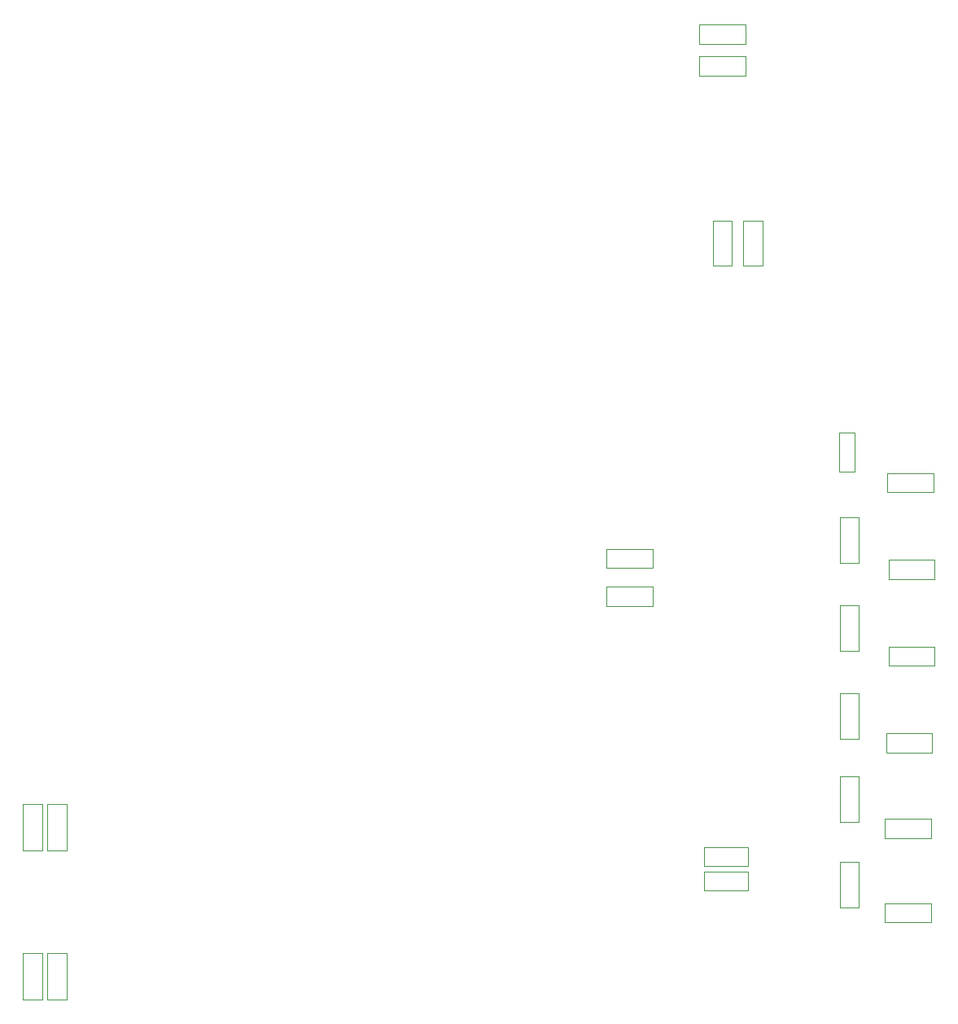
<source format=gbr>
G04 #@! TF.GenerationSoftware,KiCad,Pcbnew,(5.0.0)*
G04 #@! TF.CreationDate,2019-01-25T09:41:45+01:00*
G04 #@! TF.ProjectId,cosi_pwr,636F73695F7077722E6B696361645F70,0.1*
G04 #@! TF.SameCoordinates,Original*
G04 #@! TF.FileFunction,Other,User*
%FSLAX46Y46*%
G04 Gerber Fmt 4.6, Leading zero omitted, Abs format (unit mm)*
G04 Created by KiCad (PCBNEW (5.0.0)) date 01/25/19 09:41:45*
%MOMM*%
%LPD*%
G01*
G04 APERTURE LIST*
%ADD10C,0.050000*%
G04 APERTURE END LIST*
D10*
G04 #@! TO.C,R1*
X138798000Y-93488000D02*
X133998000Y-93488000D01*
X138798000Y-95488000D02*
X133998000Y-95488000D01*
X138798000Y-93488000D02*
X138798000Y-95488000D01*
X133998000Y-93488000D02*
X133998000Y-95488000D01*
G04 #@! TO.C,R2*
X133998000Y-99425000D02*
X138798000Y-99425000D01*
X133998000Y-97425000D02*
X138798000Y-97425000D01*
X133998000Y-99425000D02*
X133998000Y-97425000D01*
X138798000Y-99425000D02*
X138798000Y-97425000D01*
G04 #@! TO.C,R5*
X148450000Y-39005000D02*
X143650000Y-39005000D01*
X148450000Y-41005000D02*
X143650000Y-41005000D01*
X148450000Y-39005000D02*
X148450000Y-41005000D01*
X143650000Y-39005000D02*
X143650000Y-41005000D01*
G04 #@! TO.C,R6*
X143650000Y-44307000D02*
X148450000Y-44307000D01*
X143650000Y-42307000D02*
X148450000Y-42307000D01*
X143650000Y-44307000D02*
X143650000Y-42307000D01*
X148450000Y-44307000D02*
X148450000Y-42307000D01*
G04 #@! TO.C,R7*
X158258000Y-99327000D02*
X158258000Y-104127000D01*
X160258000Y-99327000D02*
X160258000Y-104127000D01*
X158258000Y-99327000D02*
X160258000Y-99327000D01*
X158258000Y-104127000D02*
X160258000Y-104127000D01*
G04 #@! TO.C,R8*
X168135000Y-103648000D02*
X163335000Y-103648000D01*
X168135000Y-105648000D02*
X163335000Y-105648000D01*
X168135000Y-103648000D02*
X168135000Y-105648000D01*
X163335000Y-103648000D02*
X163335000Y-105648000D01*
G04 #@! TO.C,R12*
X168008000Y-85614000D02*
X163208000Y-85614000D01*
X168008000Y-87614000D02*
X163208000Y-87614000D01*
X168008000Y-85614000D02*
X168008000Y-87614000D01*
X163208000Y-85614000D02*
X163208000Y-87614000D01*
G04 #@! TO.C,R13*
X158258000Y-90183000D02*
X158258000Y-94983000D01*
X160258000Y-90183000D02*
X160258000Y-94983000D01*
X158258000Y-90183000D02*
X160258000Y-90183000D01*
X158258000Y-94983000D02*
X160258000Y-94983000D01*
G04 #@! TO.C,R14*
X168135000Y-94631000D02*
X163335000Y-94631000D01*
X168135000Y-96631000D02*
X163335000Y-96631000D01*
X168135000Y-94631000D02*
X168135000Y-96631000D01*
X163335000Y-94631000D02*
X163335000Y-96631000D01*
G04 #@! TO.C,R15*
X158258000Y-108471000D02*
X158258000Y-113271000D01*
X160258000Y-108471000D02*
X160258000Y-113271000D01*
X158258000Y-108471000D02*
X160258000Y-108471000D01*
X158258000Y-113271000D02*
X160258000Y-113271000D01*
G04 #@! TO.C,R17*
X158258000Y-117107000D02*
X158258000Y-121907000D01*
X160258000Y-117107000D02*
X160258000Y-121907000D01*
X158258000Y-117107000D02*
X160258000Y-117107000D01*
X158258000Y-121907000D02*
X160258000Y-121907000D01*
G04 #@! TO.C,R19*
X158258000Y-125997000D02*
X158258000Y-130797000D01*
X160258000Y-125997000D02*
X160258000Y-130797000D01*
X158258000Y-125997000D02*
X160258000Y-125997000D01*
X158258000Y-130797000D02*
X160258000Y-130797000D01*
G04 #@! TO.C,R20*
X167754000Y-130318000D02*
X162954000Y-130318000D01*
X167754000Y-132318000D02*
X162954000Y-132318000D01*
X167754000Y-130318000D02*
X167754000Y-132318000D01*
X162954000Y-130318000D02*
X162954000Y-132318000D01*
G04 #@! TO.C,R21*
X75295000Y-140322000D02*
X75295000Y-135522000D01*
X73295000Y-140322000D02*
X73295000Y-135522000D01*
X75295000Y-140322000D02*
X73295000Y-140322000D01*
X75295000Y-135522000D02*
X73295000Y-135522000D01*
G04 #@! TO.C,R22*
X77835000Y-140322000D02*
X77835000Y-135522000D01*
X75835000Y-140322000D02*
X75835000Y-135522000D01*
X77835000Y-140322000D02*
X75835000Y-140322000D01*
X77835000Y-135522000D02*
X75835000Y-135522000D01*
G04 #@! TO.C,R9*
X77835000Y-124828000D02*
X77835000Y-120028000D01*
X75835000Y-124828000D02*
X75835000Y-120028000D01*
X77835000Y-124828000D02*
X75835000Y-124828000D01*
X77835000Y-120028000D02*
X75835000Y-120028000D01*
G04 #@! TO.C,R10*
X75295000Y-124828000D02*
X75295000Y-120028000D01*
X73295000Y-124828000D02*
X73295000Y-120028000D01*
X75295000Y-124828000D02*
X73295000Y-124828000D01*
X75295000Y-120028000D02*
X73295000Y-120028000D01*
G04 #@! TO.C,R18*
X167754000Y-121555000D02*
X162954000Y-121555000D01*
X167754000Y-123555000D02*
X162954000Y-123555000D01*
X167754000Y-121555000D02*
X167754000Y-123555000D01*
X162954000Y-121555000D02*
X162954000Y-123555000D01*
G04 #@! TO.C,R16*
X167881000Y-112665000D02*
X163081000Y-112665000D01*
X167881000Y-114665000D02*
X163081000Y-114665000D01*
X167881000Y-112665000D02*
X167881000Y-114665000D01*
X163081000Y-112665000D02*
X163081000Y-114665000D01*
G04 #@! TO.C,C7*
X144131000Y-126476000D02*
X148731000Y-126476000D01*
X144131000Y-124476000D02*
X148731000Y-124476000D01*
X144131000Y-126476000D02*
X144131000Y-124476000D01*
X148731000Y-126476000D02*
X148731000Y-124476000D01*
G04 #@! TO.C,C6*
X144131000Y-129016000D02*
X148731000Y-129016000D01*
X144131000Y-127016000D02*
X148731000Y-127016000D01*
X144131000Y-129016000D02*
X144131000Y-127016000D01*
X148731000Y-129016000D02*
X148731000Y-127016000D01*
G04 #@! TO.C,C3*
X145050000Y-59422000D02*
X145050000Y-64022000D01*
X147050000Y-59422000D02*
X147050000Y-64022000D01*
X145050000Y-59422000D02*
X147050000Y-59422000D01*
X145050000Y-64022000D02*
X147050000Y-64022000D01*
G04 #@! TO.C,C2*
X148225000Y-59422000D02*
X148225000Y-64022000D01*
X150225000Y-59422000D02*
X150225000Y-64022000D01*
X148225000Y-59422000D02*
X150225000Y-59422000D01*
X148225000Y-64022000D02*
X150225000Y-64022000D01*
G04 #@! TO.C,R11*
X158204000Y-81439000D02*
X158204000Y-85439000D01*
X159804000Y-81439000D02*
X159804000Y-85439000D01*
X158204000Y-81439000D02*
X159804000Y-81439000D01*
X158204000Y-85439000D02*
X159804000Y-85439000D01*
G04 #@! TD*
M02*

</source>
